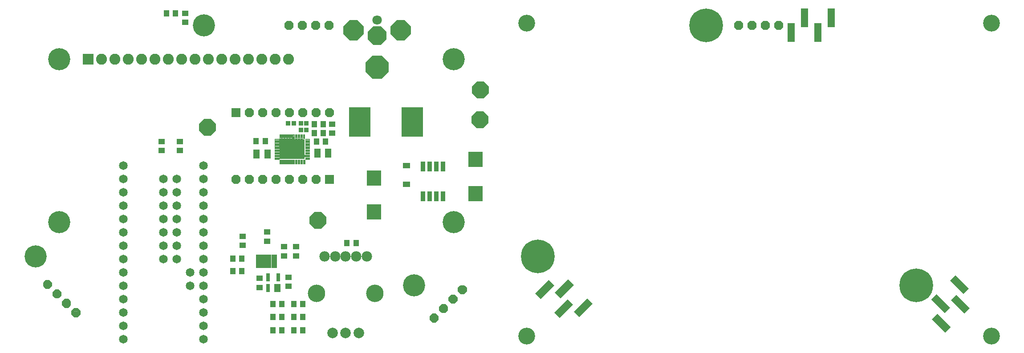
<source format=gbs>
G75*
%MOIN*%
%OFA0B0*%
%FSLAX25Y25*%
%IPPOS*%
%LPD*%
%AMOC8*
5,1,8,0,0,1.08239X$1,22.5*
%
%ADD10C,0.12611*%
%ADD11C,0.16548*%
%ADD12C,0.25197*%
%ADD13R,0.04300X0.05000*%
%ADD14R,0.05000X0.04300*%
%ADD15OC8,0.06800*%
%ADD16C,0.07887*%
%ADD17C,0.07800*%
%ADD18C,0.13068*%
%ADD19C,0.06500*%
%ADD20R,0.02965X0.05957*%
%ADD21R,0.04501X0.05957*%
%ADD22R,0.08200X0.08200*%
%ADD23C,0.08200*%
%ADD24R,0.06800X0.06800*%
%ADD25R,0.04600X0.06800*%
%ADD26R,0.03500X0.03800*%
%ADD27C,0.00365*%
%ADD28R,0.01824X0.03556*%
%ADD29C,0.00632*%
%ADD30R,0.18504X0.14567*%
%ADD31R,0.07296X0.10249*%
%ADD32R,0.03950X0.01902*%
%ADD33R,0.03300X0.07800*%
%ADD34R,0.15957X0.22454*%
%ADD35R,0.05600X0.04400*%
%ADD36R,0.10839X0.11706*%
%ADD37R,0.05800X0.14186*%
%ADD38OC8,0.17005*%
%ADD39OC8,0.14052*%
%ADD40C,0.07099*%
%ADD41OC8,0.15036*%
%ADD42C,0.01360*%
%ADD43OC8,0.12611*%
D10*
X0445331Y0075606D03*
X0793126Y0075606D03*
X0793126Y0310016D03*
X0445331Y0310016D03*
D11*
X0390370Y0282890D03*
X0203362Y0308480D03*
X0095094Y0282890D03*
X0095094Y0160843D03*
X0077378Y0135252D03*
X0360843Y0113598D03*
X0390370Y0160843D03*
D12*
X0453362Y0135252D03*
X0736827Y0113598D03*
X0579346Y0308480D03*
D13*
X0292983Y0234465D03*
X0292983Y0227772D03*
X0286183Y0227772D03*
X0286183Y0234465D03*
X0287757Y0221472D03*
X0294557Y0221472D03*
X0249367Y0221551D03*
X0242567Y0221551D03*
X0310631Y0145449D03*
X0317431Y0145449D03*
X0231959Y0133677D03*
X0225159Y0133677D03*
X0225159Y0124228D03*
X0231959Y0124228D03*
X0255080Y0099819D03*
X0261880Y0099819D03*
X0270828Y0099819D03*
X0277628Y0099819D03*
X0277628Y0089976D03*
X0270828Y0089976D03*
X0261880Y0089976D03*
X0255080Y0089976D03*
X0255080Y0080134D03*
X0261880Y0080134D03*
X0270828Y0080134D03*
X0277628Y0080134D03*
X0182337Y0317413D03*
X0175537Y0317413D03*
D14*
X0189583Y0317392D03*
X0189583Y0310592D03*
X0299425Y0234321D03*
X0299425Y0227521D03*
X0185646Y0221329D03*
X0171866Y0221329D03*
X0171866Y0214529D03*
X0185646Y0214529D03*
X0251000Y0153613D03*
X0251000Y0146813D03*
X0263598Y0142589D03*
X0263598Y0135789D03*
X0272654Y0135789D03*
X0272654Y0142589D03*
X0232496Y0143663D03*
X0232496Y0150463D03*
X0245094Y0118967D03*
X0245094Y0112167D03*
X0266748Y0112954D03*
X0266748Y0119754D03*
D15*
X0267354Y0193031D03*
X0257354Y0193031D03*
X0247354Y0193031D03*
X0237354Y0193031D03*
X0227354Y0193031D03*
X0277354Y0193031D03*
X0287354Y0193031D03*
X0287354Y0243031D03*
X0277354Y0243031D03*
X0267354Y0243031D03*
X0257354Y0243031D03*
X0247354Y0243031D03*
X0237354Y0243031D03*
X0297354Y0243031D03*
X0297102Y0308480D03*
X0287102Y0308480D03*
X0277102Y0308480D03*
X0267102Y0308480D03*
X0603717Y0308480D03*
X0613717Y0308480D03*
X0623717Y0308480D03*
X0633717Y0308480D03*
D16*
X0319504Y0078165D03*
X0309661Y0078165D03*
X0299819Y0078165D03*
D17*
X0301787Y0135252D03*
X0293913Y0135252D03*
X0309661Y0135252D03*
X0317535Y0135252D03*
X0325409Y0135252D03*
D18*
X0331512Y0107693D03*
X0287811Y0107693D03*
D19*
X0143047Y0073323D03*
X0143047Y0083323D03*
X0143047Y0093323D03*
X0143047Y0103323D03*
X0143047Y0113323D03*
X0143047Y0123323D03*
X0143047Y0133323D03*
X0143047Y0143323D03*
X0143047Y0153323D03*
X0143047Y0163323D03*
X0143047Y0173323D03*
X0143047Y0183323D03*
X0143047Y0193323D03*
X0143047Y0203323D03*
X0173047Y0193323D03*
X0183047Y0193323D03*
X0203047Y0193323D03*
X0203047Y0203323D03*
X0203047Y0183323D03*
X0203047Y0173323D03*
X0203047Y0163323D03*
X0203047Y0153323D03*
X0183047Y0153323D03*
X0173047Y0153323D03*
X0173047Y0163323D03*
X0183047Y0163323D03*
X0183047Y0173323D03*
X0173047Y0173323D03*
X0173047Y0183323D03*
X0183047Y0183323D03*
X0183047Y0143323D03*
X0173047Y0143323D03*
X0173047Y0133323D03*
X0183047Y0133323D03*
X0193047Y0123323D03*
X0203047Y0123323D03*
X0203047Y0133323D03*
X0203047Y0143323D03*
X0203047Y0113323D03*
X0193047Y0113323D03*
X0203047Y0103323D03*
X0203047Y0093323D03*
X0203047Y0083323D03*
X0203047Y0073323D03*
D20*
X0251551Y0111630D03*
X0251551Y0119504D03*
X0259110Y0119504D03*
D21*
X0258362Y0111630D03*
D22*
X0116748Y0282890D03*
D23*
X0126748Y0282890D03*
X0136748Y0282890D03*
X0146748Y0282890D03*
X0156748Y0282890D03*
X0166748Y0282890D03*
X0176748Y0282890D03*
X0186748Y0282890D03*
X0196748Y0282890D03*
X0206748Y0282890D03*
X0216748Y0282890D03*
X0226748Y0282890D03*
X0236748Y0282890D03*
X0246748Y0282890D03*
X0256748Y0282890D03*
X0266748Y0282890D03*
D24*
X0227354Y0243031D03*
X0297354Y0193031D03*
D25*
X0296582Y0212638D03*
X0288382Y0212638D03*
X0251061Y0212146D03*
X0242861Y0212146D03*
D26*
X0276065Y0230134D03*
X0280265Y0230134D03*
X0280265Y0234858D03*
X0276065Y0234858D03*
X0270817Y0234858D03*
X0266617Y0234858D03*
D27*
X0267376Y0226651D02*
X0267376Y0223459D01*
X0265916Y0223459D01*
X0265916Y0226651D01*
X0267376Y0226651D01*
X0267376Y0223823D02*
X0265916Y0223823D01*
X0265916Y0224187D02*
X0267376Y0224187D01*
X0267376Y0224551D02*
X0265916Y0224551D01*
X0265916Y0224915D02*
X0267376Y0224915D01*
X0267376Y0225279D02*
X0265916Y0225279D01*
X0265916Y0225643D02*
X0267376Y0225643D01*
X0267376Y0226007D02*
X0265916Y0226007D01*
X0265916Y0226371D02*
X0267376Y0226371D01*
X0269344Y0226651D02*
X0269344Y0223459D01*
X0267884Y0223459D01*
X0267884Y0226651D01*
X0269344Y0226651D01*
X0269344Y0223823D02*
X0267884Y0223823D01*
X0267884Y0224187D02*
X0269344Y0224187D01*
X0269344Y0224551D02*
X0267884Y0224551D01*
X0267884Y0224915D02*
X0269344Y0224915D01*
X0269344Y0225279D02*
X0267884Y0225279D01*
X0267884Y0225643D02*
X0269344Y0225643D01*
X0269344Y0226007D02*
X0267884Y0226007D01*
X0267884Y0226371D02*
X0269344Y0226371D01*
X0271313Y0226651D02*
X0271313Y0221491D01*
X0269853Y0221491D01*
X0269853Y0226651D01*
X0271313Y0226651D01*
X0271313Y0221855D02*
X0269853Y0221855D01*
X0269853Y0222219D02*
X0271313Y0222219D01*
X0271313Y0222583D02*
X0269853Y0222583D01*
X0269853Y0222947D02*
X0271313Y0222947D01*
X0271313Y0223311D02*
X0269853Y0223311D01*
X0269853Y0223675D02*
X0271313Y0223675D01*
X0271313Y0224039D02*
X0269853Y0224039D01*
X0269853Y0224403D02*
X0271313Y0224403D01*
X0271313Y0224767D02*
X0269853Y0224767D01*
X0269853Y0225131D02*
X0271313Y0225131D01*
X0271313Y0225495D02*
X0269853Y0225495D01*
X0269853Y0225859D02*
X0271313Y0225859D01*
X0271313Y0226223D02*
X0269853Y0226223D01*
X0269853Y0226587D02*
X0271313Y0226587D01*
X0273281Y0226651D02*
X0273281Y0223459D01*
X0271821Y0223459D01*
X0271821Y0226651D01*
X0273281Y0226651D01*
X0273281Y0223823D02*
X0271821Y0223823D01*
X0271821Y0224187D02*
X0273281Y0224187D01*
X0273281Y0224551D02*
X0271821Y0224551D01*
X0271821Y0224915D02*
X0273281Y0224915D01*
X0273281Y0225279D02*
X0271821Y0225279D01*
X0271821Y0225643D02*
X0273281Y0225643D01*
X0273281Y0226007D02*
X0271821Y0226007D01*
X0271821Y0226371D02*
X0273281Y0226371D01*
X0275250Y0226651D02*
X0275250Y0223459D01*
X0273790Y0223459D01*
X0273790Y0226651D01*
X0275250Y0226651D01*
X0275250Y0223823D02*
X0273790Y0223823D01*
X0273790Y0224187D02*
X0275250Y0224187D01*
X0275250Y0224551D02*
X0273790Y0224551D01*
X0273790Y0224915D02*
X0275250Y0224915D01*
X0275250Y0225279D02*
X0273790Y0225279D01*
X0273790Y0225643D02*
X0275250Y0225643D01*
X0275250Y0226007D02*
X0273790Y0226007D01*
X0273790Y0226371D02*
X0275250Y0226371D01*
X0277218Y0226651D02*
X0277218Y0223459D01*
X0275758Y0223459D01*
X0275758Y0226651D01*
X0277218Y0226651D01*
X0277218Y0223823D02*
X0275758Y0223823D01*
X0275758Y0224187D02*
X0277218Y0224187D01*
X0277218Y0224551D02*
X0275758Y0224551D01*
X0275758Y0224915D02*
X0277218Y0224915D01*
X0277218Y0225279D02*
X0275758Y0225279D01*
X0275758Y0225643D02*
X0277218Y0225643D01*
X0277218Y0226007D02*
X0275758Y0226007D01*
X0275758Y0226371D02*
X0277218Y0226371D01*
X0279420Y0221766D02*
X0282612Y0221766D01*
X0279420Y0221766D02*
X0279420Y0223226D01*
X0282612Y0223226D01*
X0282612Y0221766D01*
X0282612Y0222130D02*
X0279420Y0222130D01*
X0279420Y0222494D02*
X0282612Y0222494D01*
X0282612Y0222858D02*
X0279420Y0222858D01*
X0279420Y0223222D02*
X0282612Y0223222D01*
X0282612Y0219798D02*
X0279420Y0219798D01*
X0279420Y0221258D01*
X0282612Y0221258D01*
X0282612Y0219798D01*
X0282612Y0220162D02*
X0279420Y0220162D01*
X0279420Y0220526D02*
X0282612Y0220526D01*
X0282612Y0220890D02*
X0279420Y0220890D01*
X0279420Y0221254D02*
X0282612Y0221254D01*
X0282612Y0217829D02*
X0279420Y0217829D01*
X0279420Y0219289D01*
X0282612Y0219289D01*
X0282612Y0217829D01*
X0282612Y0218193D02*
X0279420Y0218193D01*
X0279420Y0218557D02*
X0282612Y0218557D01*
X0282612Y0218921D02*
X0279420Y0218921D01*
X0279420Y0219285D02*
X0282612Y0219285D01*
X0282612Y0215861D02*
X0279420Y0215861D01*
X0279420Y0217321D01*
X0282612Y0217321D01*
X0282612Y0215861D01*
X0282612Y0216225D02*
X0279420Y0216225D01*
X0279420Y0216589D02*
X0282612Y0216589D01*
X0282612Y0216953D02*
X0279420Y0216953D01*
X0279420Y0217317D02*
X0282612Y0217317D01*
X0282612Y0213892D02*
X0279420Y0213892D01*
X0279420Y0215352D01*
X0282612Y0215352D01*
X0282612Y0213892D01*
X0282612Y0214256D02*
X0279420Y0214256D01*
X0279420Y0214620D02*
X0282612Y0214620D01*
X0282612Y0214984D02*
X0279420Y0214984D01*
X0279420Y0215348D02*
X0282612Y0215348D01*
X0282612Y0211924D02*
X0279420Y0211924D01*
X0279420Y0213384D01*
X0282612Y0213384D01*
X0282612Y0211924D01*
X0282612Y0212288D02*
X0279420Y0212288D01*
X0279420Y0212652D02*
X0282612Y0212652D01*
X0282612Y0213016D02*
X0279420Y0213016D01*
X0279420Y0213380D02*
X0282612Y0213380D01*
X0282611Y0209955D02*
X0277451Y0209955D01*
X0277451Y0211415D01*
X0282611Y0211415D01*
X0282611Y0209955D01*
X0282611Y0210319D02*
X0277451Y0210319D01*
X0277451Y0210683D02*
X0282611Y0210683D01*
X0282611Y0211047D02*
X0277451Y0211047D01*
X0277451Y0211411D02*
X0282611Y0211411D01*
X0282612Y0207987D02*
X0279420Y0207987D01*
X0279420Y0209447D01*
X0282612Y0209447D01*
X0282612Y0207987D01*
X0282612Y0208351D02*
X0279420Y0208351D01*
X0279420Y0208715D02*
X0282612Y0208715D01*
X0282612Y0209079D02*
X0279420Y0209079D01*
X0279420Y0209443D02*
X0282612Y0209443D01*
X0277727Y0207753D02*
X0277727Y0204561D01*
X0277727Y0207753D02*
X0279187Y0207753D01*
X0279187Y0204561D01*
X0277727Y0204561D01*
X0277727Y0204925D02*
X0279187Y0204925D01*
X0279187Y0205289D02*
X0277727Y0205289D01*
X0277727Y0205653D02*
X0279187Y0205653D01*
X0279187Y0206017D02*
X0277727Y0206017D01*
X0277727Y0206381D02*
X0279187Y0206381D01*
X0279187Y0206745D02*
X0277727Y0206745D01*
X0277727Y0207109D02*
X0279187Y0207109D01*
X0279187Y0207473D02*
X0277727Y0207473D01*
X0275758Y0207753D02*
X0275758Y0204561D01*
X0275758Y0207753D02*
X0277218Y0207753D01*
X0277218Y0204561D01*
X0275758Y0204561D01*
X0275758Y0204925D02*
X0277218Y0204925D01*
X0277218Y0205289D02*
X0275758Y0205289D01*
X0275758Y0205653D02*
X0277218Y0205653D01*
X0277218Y0206017D02*
X0275758Y0206017D01*
X0275758Y0206381D02*
X0277218Y0206381D01*
X0277218Y0206745D02*
X0275758Y0206745D01*
X0275758Y0207109D02*
X0277218Y0207109D01*
X0277218Y0207473D02*
X0275758Y0207473D01*
X0273790Y0207753D02*
X0273790Y0204561D01*
X0273790Y0207753D02*
X0275250Y0207753D01*
X0275250Y0204561D01*
X0273790Y0204561D01*
X0273790Y0204925D02*
X0275250Y0204925D01*
X0275250Y0205289D02*
X0273790Y0205289D01*
X0273790Y0205653D02*
X0275250Y0205653D01*
X0275250Y0206017D02*
X0273790Y0206017D01*
X0273790Y0206381D02*
X0275250Y0206381D01*
X0275250Y0206745D02*
X0273790Y0206745D01*
X0273790Y0207109D02*
X0275250Y0207109D01*
X0275250Y0207473D02*
X0273790Y0207473D01*
X0271821Y0207753D02*
X0271821Y0204561D01*
X0271821Y0207753D02*
X0273281Y0207753D01*
X0273281Y0204561D01*
X0271821Y0204561D01*
X0271821Y0204925D02*
X0273281Y0204925D01*
X0273281Y0205289D02*
X0271821Y0205289D01*
X0271821Y0205653D02*
X0273281Y0205653D01*
X0273281Y0206017D02*
X0271821Y0206017D01*
X0271821Y0206381D02*
X0273281Y0206381D01*
X0273281Y0206745D02*
X0271821Y0206745D01*
X0271821Y0207109D02*
X0273281Y0207109D01*
X0273281Y0207473D02*
X0271821Y0207473D01*
X0269853Y0207753D02*
X0269853Y0204561D01*
X0269853Y0207753D02*
X0271313Y0207753D01*
X0271313Y0204561D01*
X0269853Y0204561D01*
X0269853Y0204925D02*
X0271313Y0204925D01*
X0271313Y0205289D02*
X0269853Y0205289D01*
X0269853Y0205653D02*
X0271313Y0205653D01*
X0271313Y0206017D02*
X0269853Y0206017D01*
X0269853Y0206381D02*
X0271313Y0206381D01*
X0271313Y0206745D02*
X0269853Y0206745D01*
X0269853Y0207109D02*
X0271313Y0207109D01*
X0271313Y0207473D02*
X0269853Y0207473D01*
X0267884Y0207753D02*
X0267884Y0204561D01*
X0267884Y0207753D02*
X0269344Y0207753D01*
X0269344Y0204561D01*
X0267884Y0204561D01*
X0267884Y0204925D02*
X0269344Y0204925D01*
X0269344Y0205289D02*
X0267884Y0205289D01*
X0267884Y0205653D02*
X0269344Y0205653D01*
X0269344Y0206017D02*
X0267884Y0206017D01*
X0267884Y0206381D02*
X0269344Y0206381D01*
X0269344Y0206745D02*
X0267884Y0206745D01*
X0267884Y0207109D02*
X0269344Y0207109D01*
X0269344Y0207473D02*
X0267884Y0207473D01*
X0265916Y0207753D02*
X0265916Y0204561D01*
X0265916Y0207753D02*
X0267376Y0207753D01*
X0267376Y0204561D01*
X0265916Y0204561D01*
X0265916Y0204925D02*
X0267376Y0204925D01*
X0267376Y0205289D02*
X0265916Y0205289D01*
X0265916Y0205653D02*
X0267376Y0205653D01*
X0267376Y0206017D02*
X0265916Y0206017D01*
X0265916Y0206381D02*
X0267376Y0206381D01*
X0267376Y0206745D02*
X0265916Y0206745D01*
X0265916Y0207109D02*
X0267376Y0207109D01*
X0267376Y0207473D02*
X0265916Y0207473D01*
X0263947Y0207753D02*
X0263947Y0204561D01*
X0263947Y0207753D02*
X0265407Y0207753D01*
X0265407Y0204561D01*
X0263947Y0204561D01*
X0263947Y0204925D02*
X0265407Y0204925D01*
X0265407Y0205289D02*
X0263947Y0205289D01*
X0263947Y0205653D02*
X0265407Y0205653D01*
X0265407Y0206017D02*
X0263947Y0206017D01*
X0263947Y0206381D02*
X0265407Y0206381D01*
X0265407Y0206745D02*
X0263947Y0206745D01*
X0263947Y0207109D02*
X0265407Y0207109D01*
X0265407Y0207473D02*
X0263947Y0207473D01*
X0261979Y0207753D02*
X0261979Y0204561D01*
X0261979Y0207753D02*
X0263439Y0207753D01*
X0263439Y0204561D01*
X0261979Y0204561D01*
X0261979Y0204925D02*
X0263439Y0204925D01*
X0263439Y0205289D02*
X0261979Y0205289D01*
X0261979Y0205653D02*
X0263439Y0205653D01*
X0263439Y0206017D02*
X0261979Y0206017D01*
X0261979Y0206381D02*
X0263439Y0206381D01*
X0263439Y0206745D02*
X0261979Y0206745D01*
X0261979Y0207109D02*
X0263439Y0207109D01*
X0263439Y0207473D02*
X0261979Y0207473D01*
X0260010Y0207753D02*
X0260010Y0204561D01*
X0260010Y0207753D02*
X0261470Y0207753D01*
X0261470Y0204561D01*
X0260010Y0204561D01*
X0260010Y0204925D02*
X0261470Y0204925D01*
X0261470Y0205289D02*
X0260010Y0205289D01*
X0260010Y0205653D02*
X0261470Y0205653D01*
X0261470Y0206017D02*
X0260010Y0206017D01*
X0260010Y0206381D02*
X0261470Y0206381D01*
X0261470Y0206745D02*
X0260010Y0206745D01*
X0260010Y0207109D02*
X0261470Y0207109D01*
X0261470Y0207473D02*
X0260010Y0207473D01*
X0259777Y0209447D02*
X0256585Y0209447D01*
X0259777Y0209447D02*
X0259777Y0207987D01*
X0256585Y0207987D01*
X0256585Y0209447D01*
X0256585Y0208351D02*
X0259777Y0208351D01*
X0259777Y0208715D02*
X0256585Y0208715D01*
X0256585Y0209079D02*
X0259777Y0209079D01*
X0259777Y0209443D02*
X0256585Y0209443D01*
X0256585Y0211415D02*
X0261745Y0211415D01*
X0261745Y0209955D01*
X0256585Y0209955D01*
X0256585Y0211415D01*
X0256585Y0210319D02*
X0261745Y0210319D01*
X0261745Y0210683D02*
X0256585Y0210683D01*
X0256585Y0211047D02*
X0261745Y0211047D01*
X0261745Y0211411D02*
X0256585Y0211411D01*
X0256585Y0213384D02*
X0259777Y0213384D01*
X0259777Y0211924D01*
X0256585Y0211924D01*
X0256585Y0213384D01*
X0256585Y0212288D02*
X0259777Y0212288D01*
X0259777Y0212652D02*
X0256585Y0212652D01*
X0256585Y0213016D02*
X0259777Y0213016D01*
X0259777Y0213380D02*
X0256585Y0213380D01*
X0256585Y0215352D02*
X0259777Y0215352D01*
X0259777Y0213892D01*
X0256585Y0213892D01*
X0256585Y0215352D01*
X0256585Y0214256D02*
X0259777Y0214256D01*
X0259777Y0214620D02*
X0256585Y0214620D01*
X0256585Y0214984D02*
X0259777Y0214984D01*
X0259777Y0215348D02*
X0256585Y0215348D01*
X0256585Y0217321D02*
X0259777Y0217321D01*
X0259777Y0215861D01*
X0256585Y0215861D01*
X0256585Y0217321D01*
X0256585Y0216225D02*
X0259777Y0216225D01*
X0259777Y0216589D02*
X0256585Y0216589D01*
X0256585Y0216953D02*
X0259777Y0216953D01*
X0259777Y0217317D02*
X0256585Y0217317D01*
X0256585Y0219289D02*
X0259777Y0219289D01*
X0259777Y0217829D01*
X0256585Y0217829D01*
X0256585Y0219289D01*
X0256585Y0218193D02*
X0259777Y0218193D01*
X0259777Y0218557D02*
X0256585Y0218557D01*
X0256585Y0218921D02*
X0259777Y0218921D01*
X0259777Y0219285D02*
X0256585Y0219285D01*
X0256585Y0221258D02*
X0259777Y0221258D01*
X0259777Y0219798D01*
X0256585Y0219798D01*
X0256585Y0221258D01*
X0256585Y0220162D02*
X0259777Y0220162D01*
X0259777Y0220526D02*
X0256585Y0220526D01*
X0256585Y0220890D02*
X0259777Y0220890D01*
X0259777Y0221254D02*
X0256585Y0221254D01*
X0256585Y0223226D02*
X0259777Y0223226D01*
X0259777Y0221766D01*
X0256585Y0221766D01*
X0256585Y0223226D01*
X0256585Y0222130D02*
X0259777Y0222130D01*
X0259777Y0222494D02*
X0256585Y0222494D01*
X0256585Y0222858D02*
X0259777Y0222858D01*
X0259777Y0223222D02*
X0256585Y0223222D01*
X0261470Y0223459D02*
X0261470Y0226651D01*
X0261470Y0223459D02*
X0260010Y0223459D01*
X0260010Y0226651D01*
X0261470Y0226651D01*
X0261470Y0223823D02*
X0260010Y0223823D01*
X0260010Y0224187D02*
X0261470Y0224187D01*
X0261470Y0224551D02*
X0260010Y0224551D01*
X0260010Y0224915D02*
X0261470Y0224915D01*
X0261470Y0225279D02*
X0260010Y0225279D01*
X0260010Y0225643D02*
X0261470Y0225643D01*
X0261470Y0226007D02*
X0260010Y0226007D01*
X0260010Y0226371D02*
X0261470Y0226371D01*
X0263439Y0226651D02*
X0263439Y0223459D01*
X0261979Y0223459D01*
X0261979Y0226651D01*
X0263439Y0226651D01*
X0263439Y0223823D02*
X0261979Y0223823D01*
X0261979Y0224187D02*
X0263439Y0224187D01*
X0263439Y0224551D02*
X0261979Y0224551D01*
X0261979Y0224915D02*
X0263439Y0224915D01*
X0263439Y0225279D02*
X0261979Y0225279D01*
X0261979Y0225643D02*
X0263439Y0225643D01*
X0263439Y0226007D02*
X0261979Y0226007D01*
X0261979Y0226371D02*
X0263439Y0226371D01*
X0265407Y0226651D02*
X0265407Y0223459D01*
X0263947Y0223459D01*
X0263947Y0226651D01*
X0265407Y0226651D01*
X0265407Y0223823D02*
X0263947Y0223823D01*
X0263947Y0224187D02*
X0265407Y0224187D01*
X0265407Y0224551D02*
X0263947Y0224551D01*
X0263947Y0224915D02*
X0265407Y0224915D01*
X0265407Y0225279D02*
X0263947Y0225279D01*
X0263947Y0225643D02*
X0265407Y0225643D01*
X0265407Y0226007D02*
X0263947Y0226007D01*
X0263947Y0226371D02*
X0265407Y0226371D01*
D28*
X0278457Y0225055D03*
D29*
X0270863Y0216871D02*
X0270863Y0214341D01*
X0268333Y0214341D01*
X0268333Y0216871D01*
X0270863Y0216871D01*
X0270863Y0214972D02*
X0268333Y0214972D01*
X0268333Y0215603D02*
X0270863Y0215603D01*
X0270863Y0216234D02*
X0268333Y0216234D01*
X0268333Y0216865D02*
X0270863Y0216865D01*
D30*
X0269598Y0215606D03*
D31*
X0250252Y0131630D03*
D32*
X0256059Y0131630D03*
X0256059Y0133598D03*
X0256059Y0135567D03*
X0256059Y0129661D03*
X0256059Y0127693D03*
X0244445Y0127693D03*
X0244445Y0129661D03*
X0244445Y0131630D03*
X0244445Y0133598D03*
X0244445Y0135567D03*
D33*
X0367437Y0180472D03*
X0372437Y0180372D03*
X0377437Y0180372D03*
X0382437Y0180372D03*
X0382437Y0202572D03*
X0377437Y0202572D03*
X0372437Y0202572D03*
X0367437Y0202572D03*
D34*
X0359661Y0236039D03*
X0320291Y0236039D03*
D35*
X0355134Y0203362D03*
X0355134Y0189189D03*
D36*
X0330677Y0194016D03*
X0330677Y0168661D03*
X0406701Y0182496D03*
X0406701Y0207850D03*
D37*
G36*
X0461591Y0117615D02*
X0465693Y0113513D01*
X0455663Y0103483D01*
X0451561Y0107585D01*
X0461591Y0117615D01*
G37*
G36*
X0476290Y0118171D02*
X0480392Y0114069D01*
X0470362Y0104039D01*
X0466260Y0108141D01*
X0476290Y0118171D01*
G37*
G36*
X0475733Y0103472D02*
X0479835Y0099370D01*
X0469805Y0089340D01*
X0465703Y0093442D01*
X0475733Y0103472D01*
G37*
G36*
X0490432Y0104029D02*
X0494534Y0099927D01*
X0484504Y0089897D01*
X0480402Y0093999D01*
X0490432Y0104029D01*
G37*
G36*
X0762134Y0097133D02*
X0758032Y0093031D01*
X0748002Y0103061D01*
X0752104Y0107163D01*
X0762134Y0097133D01*
G37*
G36*
X0776833Y0096577D02*
X0772731Y0092475D01*
X0762701Y0102505D01*
X0766803Y0106607D01*
X0776833Y0096577D01*
G37*
G36*
X0762691Y0082434D02*
X0758589Y0078332D01*
X0748559Y0088362D01*
X0752661Y0092464D01*
X0762691Y0082434D01*
G37*
G36*
X0776276Y0111275D02*
X0772174Y0107173D01*
X0762144Y0117203D01*
X0766246Y0121305D01*
X0776276Y0111275D01*
G37*
X0663087Y0303087D03*
X0673087Y0313874D03*
X0653087Y0313874D03*
X0643087Y0303087D03*
D38*
X0333283Y0276984D03*
D39*
X0333283Y0300606D03*
D40*
X0333283Y0312417D03*
D41*
X0315567Y0304528D03*
X0351000Y0304528D03*
D42*
X0084417Y0113915D02*
X0083737Y0113235D01*
X0083737Y0115489D01*
X0085329Y0117081D01*
X0087583Y0117081D01*
X0089175Y0115489D01*
X0089175Y0113235D01*
X0087583Y0111643D01*
X0085329Y0111643D01*
X0083737Y0113235D01*
X0084757Y0113658D01*
X0084757Y0115066D01*
X0085752Y0116061D01*
X0087160Y0116061D01*
X0088155Y0115066D01*
X0088155Y0113658D01*
X0087160Y0112663D01*
X0085752Y0112663D01*
X0084757Y0113658D01*
X0085777Y0114080D01*
X0085777Y0114644D01*
X0086174Y0115041D01*
X0086738Y0115041D01*
X0087135Y0114644D01*
X0087135Y0114080D01*
X0086738Y0113683D01*
X0086174Y0113683D01*
X0085777Y0114080D01*
X0091488Y0106844D02*
X0090808Y0106164D01*
X0090808Y0108418D01*
X0092400Y0110010D01*
X0094654Y0110010D01*
X0096246Y0108418D01*
X0096246Y0106164D01*
X0094654Y0104572D01*
X0092400Y0104572D01*
X0090808Y0106164D01*
X0091828Y0106587D01*
X0091828Y0107995D01*
X0092823Y0108990D01*
X0094231Y0108990D01*
X0095226Y0107995D01*
X0095226Y0106587D01*
X0094231Y0105592D01*
X0092823Y0105592D01*
X0091828Y0106587D01*
X0092848Y0107009D01*
X0092848Y0107573D01*
X0093245Y0107970D01*
X0093809Y0107970D01*
X0094206Y0107573D01*
X0094206Y0107009D01*
X0093809Y0106612D01*
X0093245Y0106612D01*
X0092848Y0107009D01*
X0098560Y0099773D02*
X0097880Y0099093D01*
X0097880Y0101347D01*
X0099472Y0102939D01*
X0101726Y0102939D01*
X0103318Y0101347D01*
X0103318Y0099093D01*
X0101726Y0097501D01*
X0099472Y0097501D01*
X0097880Y0099093D01*
X0098900Y0099516D01*
X0098900Y0100924D01*
X0099895Y0101919D01*
X0101303Y0101919D01*
X0102298Y0100924D01*
X0102298Y0099516D01*
X0101303Y0098521D01*
X0099895Y0098521D01*
X0098900Y0099516D01*
X0099920Y0099938D01*
X0099920Y0100502D01*
X0100317Y0100899D01*
X0100881Y0100899D01*
X0101278Y0100502D01*
X0101278Y0099938D01*
X0100881Y0099541D01*
X0100317Y0099541D01*
X0099920Y0099938D01*
X0105631Y0092702D02*
X0104951Y0092022D01*
X0104951Y0094276D01*
X0106543Y0095868D01*
X0108797Y0095868D01*
X0110389Y0094276D01*
X0110389Y0092022D01*
X0108797Y0090430D01*
X0106543Y0090430D01*
X0104951Y0092022D01*
X0105971Y0092445D01*
X0105971Y0093853D01*
X0106966Y0094848D01*
X0108374Y0094848D01*
X0109369Y0093853D01*
X0109369Y0092445D01*
X0108374Y0091450D01*
X0106966Y0091450D01*
X0105971Y0092445D01*
X0106991Y0092867D01*
X0106991Y0093431D01*
X0107388Y0093828D01*
X0107952Y0093828D01*
X0108349Y0093431D01*
X0108349Y0092867D01*
X0107952Y0092470D01*
X0107388Y0092470D01*
X0106991Y0092867D01*
X0375379Y0091251D02*
X0374699Y0091931D01*
X0376953Y0091931D01*
X0378545Y0090339D01*
X0378545Y0088085D01*
X0376953Y0086493D01*
X0374699Y0086493D01*
X0373107Y0088085D01*
X0373107Y0090339D01*
X0374699Y0091931D01*
X0375122Y0090911D01*
X0376530Y0090911D01*
X0377525Y0089916D01*
X0377525Y0088508D01*
X0376530Y0087513D01*
X0375122Y0087513D01*
X0374127Y0088508D01*
X0374127Y0089916D01*
X0375122Y0090911D01*
X0375544Y0089891D01*
X0376108Y0089891D01*
X0376505Y0089494D01*
X0376505Y0088930D01*
X0376108Y0088533D01*
X0375544Y0088533D01*
X0375147Y0088930D01*
X0375147Y0089494D01*
X0375544Y0089891D01*
X0382451Y0098322D02*
X0381771Y0099002D01*
X0384025Y0099002D01*
X0385617Y0097410D01*
X0385617Y0095156D01*
X0384025Y0093564D01*
X0381771Y0093564D01*
X0380179Y0095156D01*
X0380179Y0097410D01*
X0381771Y0099002D01*
X0382194Y0097982D01*
X0383602Y0097982D01*
X0384597Y0096987D01*
X0384597Y0095579D01*
X0383602Y0094584D01*
X0382194Y0094584D01*
X0381199Y0095579D01*
X0381199Y0096987D01*
X0382194Y0097982D01*
X0382616Y0096962D01*
X0383180Y0096962D01*
X0383577Y0096565D01*
X0383577Y0096001D01*
X0383180Y0095604D01*
X0382616Y0095604D01*
X0382219Y0096001D01*
X0382219Y0096565D01*
X0382616Y0096962D01*
X0389522Y0105393D02*
X0388842Y0106073D01*
X0391096Y0106073D01*
X0392688Y0104481D01*
X0392688Y0102227D01*
X0391096Y0100635D01*
X0388842Y0100635D01*
X0387250Y0102227D01*
X0387250Y0104481D01*
X0388842Y0106073D01*
X0389265Y0105053D01*
X0390673Y0105053D01*
X0391668Y0104058D01*
X0391668Y0102650D01*
X0390673Y0101655D01*
X0389265Y0101655D01*
X0388270Y0102650D01*
X0388270Y0104058D01*
X0389265Y0105053D01*
X0389687Y0104033D01*
X0390251Y0104033D01*
X0390648Y0103636D01*
X0390648Y0103072D01*
X0390251Y0102675D01*
X0389687Y0102675D01*
X0389290Y0103072D01*
X0389290Y0103636D01*
X0389687Y0104033D01*
X0396593Y0112464D02*
X0395913Y0113144D01*
X0398167Y0113144D01*
X0399759Y0111552D01*
X0399759Y0109298D01*
X0398167Y0107706D01*
X0395913Y0107706D01*
X0394321Y0109298D01*
X0394321Y0111552D01*
X0395913Y0113144D01*
X0396336Y0112124D01*
X0397744Y0112124D01*
X0398739Y0111129D01*
X0398739Y0109721D01*
X0397744Y0108726D01*
X0396336Y0108726D01*
X0395341Y0109721D01*
X0395341Y0111129D01*
X0396336Y0112124D01*
X0396758Y0111104D01*
X0397322Y0111104D01*
X0397719Y0110707D01*
X0397719Y0110143D01*
X0397322Y0109746D01*
X0396758Y0109746D01*
X0396361Y0110143D01*
X0396361Y0110707D01*
X0396758Y0111104D01*
D43*
X0288795Y0162417D03*
X0206118Y0232102D03*
X0410055Y0237614D03*
X0410449Y0260055D03*
M02*

</source>
